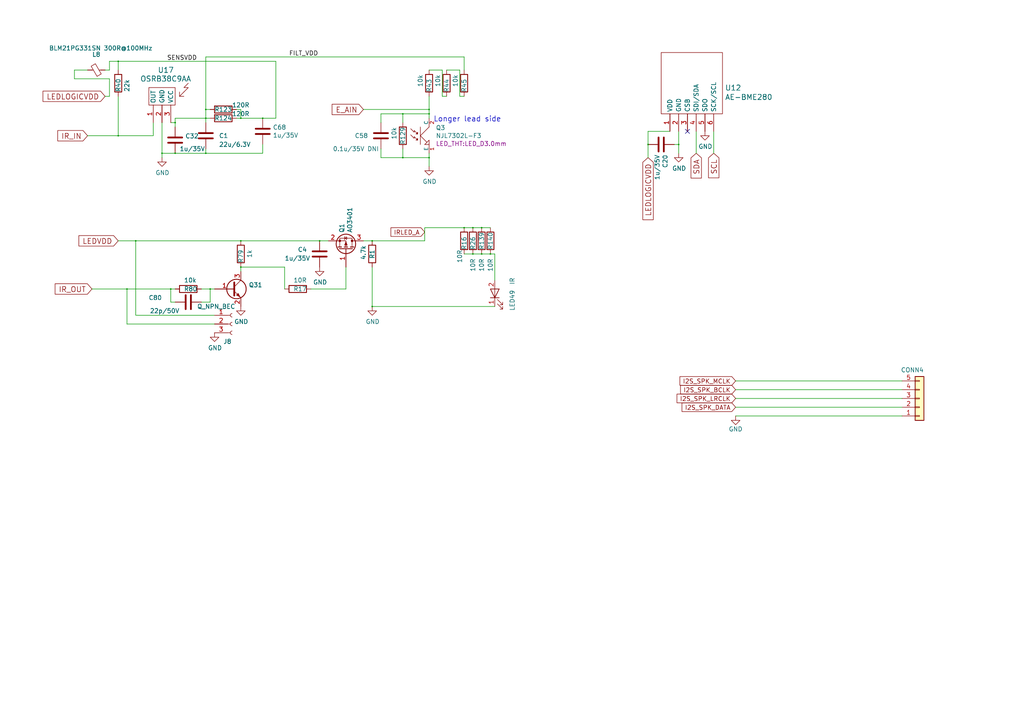
<source format=kicad_sch>
(kicad_sch (version 20200714) (host eeschema "5.99.0-unknown-3ddee6503~89~ubuntu18.04.1")
  (page 2 10)
  (paper "A4")
  (lib_symbols
    (symbol "DeeComponents:AE-BME280"
      (property "Reference" "U" (at 8.89 -5.08 0))
      (property "Value" "AE-BME280" (at 10.16 -2.54 0))
      (symbol "AE-BME280_0_1"
        (rectangle (start 0 0) (end 17.78 -17.78))
      )
      (symbol "AE-BME280_1_1"
        (pin power_in line (at 2.54 -22.86 90) (length 5.08) (name "VDD") (number "1"))
        (pin power_in line (at 5.08 -22.86 90) (length 5.08) (name "GND") (number "2"))
        (pin input line (at 7.62 -22.86 90) (length 5.08) (name "CSB") (number "3"))
        (pin bidirectional line (at 10.16 -22.86 90) (length 5.08) (name "SDI/SDA") (number "4"))
        (pin output line (at 12.7 -22.86 90) (length 5.08) (name "SDO") (number "5"))
        (pin bidirectional line (at 15.24 -22.86 90) (length 5.08) (name "SCK/SCL") (number "6"))
      )
    )
    (symbol "DeeComponents:OPTO_NPN2" (pin_names (offset 0))
      (property "Reference" "Q" (at 3.81 1.27 0))
      (property "Value" "OPTO_NPN2" (at 3.81 -2.54 0))
      (symbol "OPTO_NPN2_0_1"
        (polyline (pts (xy 0 0) (xy 1.905 -1.905)))
        (polyline (pts (xy 0 0) (xy 2.54 2.54)))
        (polyline (pts (xy 0 2.54) (xy 0 -2.54)))
        (polyline (pts (xy -0.762 -1.27) (xy -0.762 -0.762) (xy -1.27 -1.27) (xy -0.762 -1.27) (xy -0.762 -1.27)))
        (polyline (pts (xy 1.27 -2.54) (xy 2.54 -2.54) (xy 2.54 -1.27) (xy 1.27 -2.54) (xy 1.27 -2.54)))
        (polyline (pts (xy -2.794 0.254) (xy -1.778 -0.762) (xy -1.778 -0.254) (xy -0.762 -1.27) (xy -0.762 -1.27) (xy -0.762 -1.27)))
        (polyline (pts (xy -2.794 2.032) (xy -1.778 1.016) (xy -1.778 1.524) (xy -0.762 0.508) (xy -0.762 0.508) (xy -0.762 0.508)))
        (polyline (pts (xy -0.762 0.508) (xy -0.762 1.016) (xy -1.27 0.508) (xy -0.762 0.508) (xy -0.762 0.508) (xy -0.762 0.508)))
      )
      (symbol "OPTO_NPN2_1_1"
        (pin passive line (at 2.54 -5.08 90) (length 2.54) (name "E") (number "1"))
        (pin passive line (at 2.54 5.08 270) (length 2.54) (name "C") (number "2"))
      )
    )
    (symbol "DeeComponents:OSRB38C9AA"
      (property "Reference" "U" (at 0 1.27 0))
      (property "Value" "OSRB38C9AA" (at 0 3.81 0))
      (symbol "OSRB38C9AA_0_1"
        (rectangle (start -3.81 0) (end 3.81 -5.08))
        (polyline (pts (xy 5.08 -2.54) (xy 5.08 -1.27)))
        (polyline (pts (xy 5.08 -2.54) (xy 6.35 -2.54)))
        (polyline (pts (xy 6.35 -1.27) (xy 5.08 -2.54)))
        (polyline (pts (xy 7.62 1.27) (xy 6.35 0) (xy 7.62 0) (xy 6.35 -1.27)))
      )
      (symbol "OSRB38C9AA_1_1"
        (pin input line (at -2.54 -10.16 90) (length 5.08) (name "OUT") (number "1"))
        (pin input line (at 0 -10.16 90) (length 5.08) (name "GND") (number "2"))
        (pin input line (at 2.54 -10.16 90) (length 5.08) (name "VCC") (number "3"))
      )
    )
    (symbol "dotmatrix_64x48-rescue:C-device" (pin_numbers hide) (pin_names (offset 0.254))
      (property "Reference" "C" (at 0.635 2.54 0))
      (property "Value" "C-device" (at 0.635 -2.54 0))
      (symbol "C-device_0_1"
        (polyline (pts (xy -2.032 -0.762) (xy 2.032 -0.762)) (stroke (width 0.508)))
        (polyline (pts (xy -2.032 0.762) (xy 2.032 0.762)) (stroke (width 0.508)))
      )
      (symbol "C-device_1_1"
        (pin passive line (at 0 3.81 270) (length 2.794) (name "~") (number "1"))
        (pin passive line (at 0 -3.81 90) (length 2.794) (name "~") (number "2"))
      )
    )
    (symbol "dotmatrix_64x48-rescue:Conn_01x03_Female-Connector" (pin_names hide)
      (property "Reference" "J" (at 0 5.08 0))
      (property "Value" "Conn_01x03_Female-Connector" (at 0 -5.08 0))
      (symbol "Conn_01x03_Female-Connector_1_1"
        (arc (start 0 -2.032) (end 0 -3.048) (radius (at 0 -2.54) (length 0.508) (angles 90.1 -90.1)) (stroke (width 0.1524)))
        (arc (start 0 0.508) (end 0 -0.508) (radius (at 0 0) (length 0.508) (angles 90.1 -90.1)) (stroke (width 0.1524)))
        (arc (start 0 3.048) (end 0 2.032) (radius (at 0 2.54) (length 0.508) (angles 90.1 -90.1)) (stroke (width 0.1524)))
        (polyline (pts (xy -1.27 -2.54) (xy -0.508 -2.54)) (stroke (width 0.1524)))
        (polyline (pts (xy -1.27 0) (xy -0.508 0)) (stroke (width 0.1524)))
        (polyline (pts (xy -1.27 2.54) (xy -0.508 2.54)) (stroke (width 0.1524)))
        (pin passive line (at -5.08 2.54 0) (length 3.81) (name "Pin_1") (number "1"))
        (pin passive line (at -5.08 0 0) (length 3.81) (name "Pin_2") (number "2"))
        (pin passive line (at -5.08 -2.54 0) (length 3.81) (name "Pin_3") (number "3"))
      )
    )
    (symbol "dotmatrix_64x48-rescue:Conn_01x05-Connector" (pin_names hide)
      (property "Reference" "J" (at 0 7.62 0))
      (property "Value" "Conn_01x05-Connector" (at 0 -7.62 0))
      (symbol "Conn_01x05-Connector_1_1"
        (rectangle (start -1.27 -4.953) (end 0 -5.207) (stroke (width 0.1524)))
        (rectangle (start -1.27 -2.413) (end 0 -2.667) (stroke (width 0.1524)))
        (rectangle (start -1.27 0.127) (end 0 -0.127) (stroke (width 0.1524)))
        (rectangle (start -1.27 2.667) (end 0 2.413) (stroke (width 0.1524)))
        (rectangle (start -1.27 5.207) (end 0 4.953) (stroke (width 0.1524)))
        (rectangle (start -1.27 6.35) (end 1.27 -6.35) (stroke (width 0.254)) (fill (type background)))
        (pin passive line (at -5.08 5.08 0) (length 3.81) (name "Pin_1") (number "1"))
        (pin passive line (at -5.08 2.54 0) (length 3.81) (name "Pin_2") (number "2"))
        (pin passive line (at -5.08 0 0) (length 3.81) (name "Pin_3") (number "3"))
        (pin passive line (at -5.08 -2.54 0) (length 3.81) (name "Pin_4") (number "4"))
        (pin passive line (at -5.08 -5.08 0) (length 3.81) (name "Pin_5") (number "5"))
      )
    )
    (symbol "dotmatrix_64x48-rescue:Ferrite_Bead_Small-device" (pin_numbers hide) (pin_names (offset 0))
      (property "Reference" "L" (at 1.905 1.27 0))
      (property "Value" "Ferrite_Bead_Small-device" (at 1.905 -1.27 0))
      (symbol "Ferrite_Bead_Small-device_0_1"
        (polyline (pts (xy 0 -1.27) (xy 0 -0.7874)))
        (polyline (pts (xy 0 0.889) (xy 0 1.2954)))
        (polyline (pts (xy -1.8288 0.2794) (xy -1.1176 1.4986) (xy 1.8288 -0.2032) (xy 1.1176 -1.4224) (xy -1.8288 0.2794)))
      )
      (symbol "Ferrite_Bead_Small-device_1_1"
        (pin passive line (at 0 2.54 270) (length 1.27) (name "~") (number "1"))
        (pin passive line (at 0 -2.54 90) (length 1.27) (name "~") (number "2"))
      )
    )
    (symbol "dotmatrix_64x48-rescue:GND-power" (power) (pin_names (offset 0))
      (property "Value" "GND-power" (at 0 -3.81 0))
      (symbol "GND-power_0_1"
        (polyline (pts (xy 0 0) (xy 0 -1.27) (xy 1.27 -1.27) (xy 0 -2.54) (xy -1.27 -1.27) (xy 0 -1.27)))
      )
      (symbol "GND-power_1_1"
        (pin power_in line (at 0 0 270) (length 0) hide (name "GND") (number "1"))
      )
    )
    (symbol "dotmatrix_64x48-rescue:LED-device" (pin_names hide)
      (property "Reference" "D" (at 0 2.54 0))
      (property "Value" "LED-device" (at 0 -2.54 0))
      (symbol "LED-device_0_1"
        (polyline (pts (xy -1.27 -1.27) (xy -1.27 1.27)) (stroke (width 0.2032)))
        (polyline (pts (xy -1.27 0) (xy 1.27 0)))
        (polyline (pts (xy 1.27 -1.27) (xy 1.27 1.27) (xy -1.27 0) (xy 1.27 -1.27)) (stroke (width 0.2032)))
        (polyline (pts (xy -3.048 -0.762) (xy -4.572 -2.286) (xy -3.81 -2.286) (xy -4.572 -2.286) (xy -4.572 -1.524)))
        (polyline (pts (xy -1.778 -0.762) (xy -3.302 -2.286) (xy -2.54 -2.286) (xy -3.302 -2.286) (xy -3.302 -1.524)))
      )
      (symbol "LED-device_1_1"
        (pin passive line (at -3.81 0 0) (length 2.54) (name "K") (number "1"))
        (pin passive line (at 3.81 0 180) (length 2.54) (name "A") (number "2"))
      )
    )
    (symbol "dotmatrix_64x48-rescue:Q_NPN_BEC-device" (pin_names (offset 0) hide)
      (property "Reference" "Q" (at 5.08 1.27 0))
      (property "Value" "Q_NPN_BEC-device" (at 5.08 -1.27 0))
      (symbol "Q_NPN_BEC-device_0_1"
        (circle (center 1.27 0) (radius 2.8194) (stroke (width 0.254)))
        (polyline (pts (xy 0.635 0.635) (xy 2.54 2.54)))
        (polyline (pts (xy 0.635 -0.635) (xy 2.54 -2.54) (xy 2.54 -2.54)))
        (polyline (pts (xy 0.635 1.905) (xy 0.635 -1.905) (xy 0.635 -1.905)) (stroke (width 0.508)))
        (polyline (pts (xy 1.27 -1.778) (xy 1.778 -1.27) (xy 2.286 -2.286) (xy 1.27 -1.778) (xy 1.27 -1.778)) (fill (type outline)))
      )
      (symbol "Q_NPN_BEC-device_1_1"
        (pin input line (at -5.08 0 0) (length 5.715) (name "B") (number "1"))
        (pin passive line (at 2.54 -5.08 90) (length 2.54) (name "E") (number "2"))
        (pin passive line (at 2.54 5.08 270) (length 2.54) (name "C") (number "3"))
      )
    )
    (symbol "dotmatrix_64x48-rescue:Q_PMOS_GSD-device" (pin_names (offset 0) hide)
      (property "Reference" "Q" (at 5.08 1.27 0))
      (property "Value" "Q_PMOS_GSD-device" (at 5.08 -1.27 0))
      (symbol "Q_PMOS_GSD-device_0_1"
        (circle (center 1.651 0) (radius 2.8194) (stroke (width 0.254)))
        (circle (center 2.54 -1.778) (radius 0.2794) (fill (type outline)))
        (circle (center 2.54 1.778) (radius 0.2794) (fill (type outline)))
        (polyline (pts (xy 0.0508 0) (xy 0.254 0)))
        (polyline (pts (xy 0.762 -1.778) (xy 2.54 -1.778)))
        (polyline (pts (xy 0.762 -1.27) (xy 0.762 -2.286)) (stroke (width 0.254)))
        (polyline (pts (xy 0.762 0) (xy 2.54 0)))
        (polyline (pts (xy 0.762 0.508) (xy 0.762 -0.508)) (stroke (width 0.254)))
        (polyline (pts (xy 0.762 1.778) (xy 2.54 1.778)))
        (polyline (pts (xy 0.762 2.286) (xy 0.762 1.27)) (stroke (width 0.254)))
        (polyline (pts (xy 2.54 -1.778) (xy 2.54 -2.54)))
        (polyline (pts (xy 2.54 -1.778) (xy 2.54 0)))
        (polyline (pts (xy 2.54 2.54) (xy 2.54 1.778)))
        (polyline (pts (xy 0.254 1.905) (xy 0.254 -1.905) (xy 0.254 -1.905)) (stroke (width 0.254)))
        (polyline (pts (xy 2.286 0) (xy 1.27 -0.381) (xy 1.27 0.381) (xy 2.286 0)) (fill (type outline)))
        (polyline (pts (xy 2.54 -1.778) (xy 3.302 -1.778) (xy 3.302 1.778) (xy 2.54 1.778)))
        (polyline (pts (xy 2.794 -0.508) (xy 2.921 -0.381) (xy 3.683 -0.381) (xy 3.81 -0.254)))
        (polyline (pts (xy 3.302 -0.381) (xy 2.921 0.254) (xy 3.683 0.254) (xy 3.302 -0.381)))
      )
      (symbol "Q_PMOS_GSD-device_1_1"
        (pin input line (at -5.08 0 0) (length 5.08) (name "G") (number "1"))
        (pin passive line (at 2.54 -5.08 90) (length 2.54) (name "S") (number "2"))
        (pin passive line (at 2.54 5.08 270) (length 2.54) (name "D") (number "3"))
      )
    )
    (symbol "dotmatrix_64x48-rescue:R-device" (pin_numbers hide) (pin_names (offset 0))
      (property "Reference" "R" (at 2.032 0 90))
      (property "Value" "R-device" (at 0 0 90))
      (symbol "R-device_0_1"
        (rectangle (start -1.016 -2.54) (end 1.016 2.54) (stroke (width 0.254)))
      )
      (symbol "R-device_1_1"
        (pin passive line (at 0 3.81 270) (length 1.27) (name "~") (number "1"))
        (pin passive line (at 0 -3.81 90) (length 1.27) (name "~") (number "2"))
      )
    )
  )
  (junction (at 34.29 17.78) (diameter 0.3048))
  (junction (at 34.29 39.37) (diameter 0.3048))
  (junction (at 36.83 83.82) (diameter 0.3048))
  (junction (at 39.37 69.85) (diameter 0.3048))
  (junction (at 46.99 44.45) (diameter 0.3048))
  (junction (at 49.53 83.82) (diameter 0.3048))
  (junction (at 50.8 35.56) (diameter 0.3048))
  (junction (at 50.8 44.45) (diameter 0.3048))
  (junction (at 59.69 31.75) (diameter 0.3048))
  (junction (at 59.69 34.29) (diameter 0.3048))
  (junction (at 59.69 44.45) (diameter 0.3048))
  (junction (at 60.96 83.82) (diameter 0.3048))
  (junction (at 69.85 34.29) (diameter 0.3048))
  (junction (at 69.85 69.85) (diameter 0.3048))
  (junction (at 69.85 77.47) (diameter 0.3048))
  (junction (at 76.2 34.29) (diameter 0.3048))
  (junction (at 92.71 69.85) (diameter 0.3048))
  (junction (at 107.95 69.85) (diameter 0.3048))
  (junction (at 107.95 88.9) (diameter 0.3048))
  (junction (at 116.84 33.02) (diameter 0.3048))
  (junction (at 116.84 45.72) (diameter 0.3048))
  (junction (at 124.46 31.75) (diameter 0.3048))
  (junction (at 124.46 33.02) (diameter 0.3048))
  (junction (at 124.46 45.72) (diameter 0.3048))
  (junction (at 134.62 66.04) (diameter 0.3048))
  (junction (at 137.16 66.04) (diameter 0.3048))
  (junction (at 137.16 73.66) (diameter 0.3048))
  (junction (at 139.7 66.04) (diameter 0.3048))
  (junction (at 139.7 73.66) (diameter 0.3048))
  (junction (at 142.24 73.66) (diameter 0.3048))
  (junction (at 187.96 41.91) (diameter 0.3048))
  (junction (at 196.85 41.91) (diameter 0.3048))
  (no_connect (at 199.39 38.1))
  (wire (pts (xy 21.59 20.32) (xy 25.4 20.32)))
  (wire (pts (xy 21.59 22.86) (xy 21.59 20.32)))
  (wire (pts (xy 25.4 39.37) (xy 34.29 39.37)))
  (wire (pts (xy 26.67 83.82) (xy 36.83 83.82)))
  (wire (pts (xy 30.48 20.32) (xy 31.75 20.32)))
  (wire (pts (xy 30.48 27.94) (xy 31.75 27.94)))
  (wire (pts (xy 31.75 17.78) (xy 34.29 17.78)))
  (wire (pts (xy 31.75 20.32) (xy 31.75 17.78)))
  (wire (pts (xy 31.75 22.86) (xy 21.59 22.86)))
  (wire (pts (xy 31.75 27.94) (xy 31.75 22.86)))
  (wire (pts (xy 34.29 17.78) (xy 34.29 20.32)))
  (wire (pts (xy 34.29 27.94) (xy 34.29 39.37)))
  (wire (pts (xy 34.29 39.37) (xy 44.45 39.37)))
  (wire (pts (xy 34.29 69.85) (xy 39.37 69.85)))
  (wire (pts (xy 36.83 83.82) (xy 36.83 93.98)))
  (wire (pts (xy 36.83 83.82) (xy 49.53 83.82)))
  (wire (pts (xy 36.83 93.98) (xy 62.23 93.98)))
  (wire (pts (xy 39.37 69.85) (xy 39.37 91.44)))
  (wire (pts (xy 39.37 69.85) (xy 69.85 69.85)))
  (wire (pts (xy 39.37 91.44) (xy 62.23 91.44)))
  (wire (pts (xy 44.45 39.37) (xy 44.45 35.56)))
  (wire (pts (xy 46.99 35.56) (xy 46.99 44.45)))
  (wire (pts (xy 46.99 44.45) (xy 46.99 45.72)))
  (wire (pts (xy 46.99 44.45) (xy 50.8 44.45)))
  (wire (pts (xy 49.53 83.82) (xy 50.8 83.82)))
  (wire (pts (xy 49.53 87.63) (xy 49.53 83.82)))
  (wire (pts (xy 50.8 34.29) (xy 50.8 35.56)))
  (wire (pts (xy 50.8 34.29) (xy 59.69 34.29)))
  (wire (pts (xy 50.8 35.56) (xy 49.53 35.56)))
  (wire (pts (xy 50.8 35.56) (xy 50.8 36.83)))
  (wire (pts (xy 50.8 44.45) (xy 59.69 44.45)))
  (wire (pts (xy 50.8 87.63) (xy 49.53 87.63)))
  (wire (pts (xy 58.42 83.82) (xy 60.96 83.82)))
  (wire (pts (xy 58.42 87.63) (xy 60.96 87.63)))
  (wire (pts (xy 59.69 16.51) (xy 134.62 16.51)))
  (wire (pts (xy 59.69 31.75) (xy 59.69 16.51)))
  (wire (pts (xy 59.69 31.75) (xy 59.69 34.29)))
  (wire (pts (xy 59.69 34.29) (xy 59.69 35.56)))
  (wire (pts (xy 59.69 34.29) (xy 60.96 34.29)))
  (wire (pts (xy 59.69 44.45) (xy 59.69 43.18)))
  (wire (pts (xy 59.69 44.45) (xy 76.2 44.45)))
  (wire (pts (xy 60.96 31.75) (xy 59.69 31.75)))
  (wire (pts (xy 60.96 83.82) (xy 62.23 83.82)))
  (wire (pts (xy 60.96 87.63) (xy 60.96 83.82)))
  (wire (pts (xy 68.58 31.75) (xy 69.85 31.75)))
  (wire (pts (xy 68.58 34.29) (xy 69.85 34.29)))
  (wire (pts (xy 69.85 31.75) (xy 69.85 34.29)))
  (wire (pts (xy 69.85 34.29) (xy 76.2 34.29)))
  (wire (pts (xy 69.85 77.47) (xy 82.55 77.47)))
  (wire (pts (xy 69.85 78.74) (xy 69.85 77.47)))
  (wire (pts (xy 76.2 34.29) (xy 80.01 34.29)))
  (wire (pts (xy 76.2 44.45) (xy 76.2 41.91)))
  (wire (pts (xy 80.01 17.78) (xy 34.29 17.78)))
  (wire (pts (xy 80.01 34.29) (xy 80.01 17.78)))
  (wire (pts (xy 82.55 77.47) (xy 82.55 83.82)))
  (wire (pts (xy 90.17 83.82) (xy 100.33 83.82)))
  (wire (pts (xy 92.71 69.85) (xy 69.85 69.85)))
  (wire (pts (xy 92.71 69.85) (xy 95.25 69.85)))
  (wire (pts (xy 100.33 77.47) (xy 100.33 83.82)))
  (wire (pts (xy 105.41 69.85) (xy 107.95 69.85)))
  (wire (pts (xy 107.95 88.9) (xy 107.95 77.47)))
  (wire (pts (xy 107.95 88.9) (xy 143.51 88.9)))
  (wire (pts (xy 110.49 33.02) (xy 110.49 35.56)))
  (wire (pts (xy 110.49 33.02) (xy 116.84 33.02)))
  (wire (pts (xy 110.49 43.18) (xy 110.49 45.72)))
  (wire (pts (xy 110.49 45.72) (xy 116.84 45.72)))
  (wire (pts (xy 116.84 33.02) (xy 124.46 33.02)))
  (wire (pts (xy 116.84 35.56) (xy 116.84 33.02)))
  (wire (pts (xy 116.84 43.18) (xy 116.84 45.72)))
  (wire (pts (xy 116.84 45.72) (xy 124.46 45.72)))
  (wire (pts (xy 123.19 66.04) (xy 123.19 69.85)))
  (wire (pts (xy 123.19 66.04) (xy 134.62 66.04)))
  (wire (pts (xy 123.19 69.85) (xy 107.95 69.85)))
  (wire (pts (xy 124.46 27.94) (xy 124.46 31.75)))
  (wire (pts (xy 124.46 31.75) (xy 105.41 31.75)))
  (wire (pts (xy 124.46 31.75) (xy 124.46 33.02)))
  (wire (pts (xy 124.46 33.02) (xy 124.46 34.29)))
  (wire (pts (xy 124.46 44.45) (xy 124.46 45.72)))
  (wire (pts (xy 124.46 45.72) (xy 124.46 48.26)))
  (wire (pts (xy 128.27 20.32) (xy 124.46 20.32)))
  (wire (pts (xy 128.27 27.94) (xy 128.27 20.32)))
  (wire (pts (xy 129.54 27.94) (xy 128.27 27.94)))
  (wire (pts (xy 133.35 20.32) (xy 129.54 20.32)))
  (wire (pts (xy 133.35 27.94) (xy 133.35 20.32)))
  (wire (pts (xy 134.62 16.51) (xy 134.62 20.32)))
  (wire (pts (xy 134.62 27.94) (xy 133.35 27.94)))
  (wire (pts (xy 137.16 66.04) (xy 134.62 66.04)))
  (wire (pts (xy 137.16 73.66) (xy 134.62 73.66)))
  (wire (pts (xy 139.7 66.04) (xy 137.16 66.04)))
  (wire (pts (xy 139.7 73.66) (xy 137.16 73.66)))
  (wire (pts (xy 142.24 66.04) (xy 139.7 66.04)))
  (wire (pts (xy 142.24 73.66) (xy 139.7 73.66)))
  (wire (pts (xy 142.24 73.66) (xy 143.51 73.66)))
  (wire (pts (xy 143.51 73.66) (xy 143.51 81.28)))
  (wire (pts (xy 187.96 38.1) (xy 187.96 41.91)))
  (wire (pts (xy 187.96 41.91) (xy 187.96 45.72)))
  (wire (pts (xy 194.31 38.1) (xy 187.96 38.1)))
  (wire (pts (xy 195.58 41.91) (xy 196.85 41.91)))
  (wire (pts (xy 196.85 41.91) (xy 196.85 38.1)))
  (wire (pts (xy 196.85 44.45) (xy 196.85 41.91)))
  (wire (pts (xy 201.93 38.1) (xy 201.93 44.45)))
  (wire (pts (xy 207.01 38.1) (xy 207.01 44.45)))
  (wire (pts (xy 213.36 110.49) (xy 261.62 110.49)))
  (wire (pts (xy 213.36 113.03) (xy 261.62 113.03)))
  (wire (pts (xy 213.36 115.57) (xy 261.62 115.57)))
  (wire (pts (xy 213.36 118.11) (xy 261.62 118.11)))
  (wire (pts (xy 261.62 120.65) (xy 213.36 120.65)))
  (text "Longer lead side" (at 125.73 35.56 0) (effects (font (size 1.524 1.524)) (justify left bottom)))
  (label "SENSVDD" (at 57.15 17.78 180))
  (label "FILT_VDD" (at 83.82 16.51 0))
  (global_label "IR_IN" (shape input) (at 25.4 39.37 180) (effects (font (size 1.524 1.524))))
  (global_label "IR_OUT" (shape input) (at 26.67 83.82 180) (effects (font (size 1.524 1.524))))
  (global_label "LEDLOGICVDD" (shape input) (at 30.48 27.94 180) (effects (font (size 1.524 1.524))))
  (global_label "LEDVDD" (shape input) (at 34.29 69.85 180) (effects (font (size 1.524 1.524))))
  (global_label "E_AIN" (shape input) (at 105.41 31.75 180) (effects (font (size 1.524 1.524))))
  (global_label "IRLED_A" (shape input) (at 123.19 67.31 180))
  (global_label "LEDLOGICVDD" (shape input) (at 187.96 45.72 270) (effects (font (size 1.524 1.524))))
  (global_label "SDA" (shape input) (at 201.93 44.45 270) (effects (font (size 1.524 1.524))))
  (global_label "SCL" (shape input) (at 207.01 44.45 270) (effects (font (size 1.524 1.524))))
  (global_label "I2S_SPK_MCLK" (shape input) (at 213.36 110.49 180))
  (global_label "I2S_SPK_BCLK" (shape input) (at 213.36 113.03 180))
  (global_label "I2S_SPK_LRCLK" (shape input) (at 213.36 115.57 180))
  (global_label "I2S_SPK_DATA" (shape input) (at 213.36 118.11 180))
  (symbol (lib_id "dotmatrix_64x48-rescue:GND-power") (at 46.99 45.72 0) (unit 1)
    (property "Reference" "#PWR034" (effects hide))
    (property "Value" "GND" (at 47.117 50.1142 0))
  )
  (symbol (lib_id "dotmatrix_64x48-rescue:GND-power") (at 62.23 96.52 0) (unit 1)
    (property "Reference" "#PWR0138" (effects hide))
    (property "Value" "GND" (at 62.357 100.9142 0))
  )
  (symbol (lib_id "dotmatrix_64x48-rescue:GND-power") (at 69.85 88.9 0) (unit 1)
    (property "Reference" "#PWR037" (effects hide))
    (property "Value" "GND" (at 69.977 93.2942 0))
  )
  (symbol (lib_id "dotmatrix_64x48-rescue:GND-power") (at 92.71 77.47 0) (unit 1)
    (property "Reference" "#PWR0144" (effects hide))
    (property "Value" "GND" (at 92.837 81.8642 0))
  )
  (symbol (lib_id "dotmatrix_64x48-rescue:GND-power") (at 107.95 88.9 0) (unit 1)
    (property "Reference" "#PWR0164" (effects hide))
    (property "Value" "GND" (at 108.077 93.2942 0))
  )
  (symbol (lib_id "dotmatrix_64x48-rescue:GND-power") (at 124.46 48.26 0) (unit 1)
    (property "Reference" "#PWR035" (effects hide))
    (property "Value" "GND" (at 124.587 52.6542 0))
  )
  (symbol (lib_id "dotmatrix_64x48-rescue:GND-power") (at 196.85 44.45 0) (unit 1)
    (property "Reference" "#PWR032" (effects hide))
    (property "Value" "GND" (at 196.977 48.8442 0))
  )
  (symbol (lib_id "dotmatrix_64x48-rescue:GND-power") (at 204.47 38.1 0) (unit 1)
    (property "Reference" "#PWR033" (effects hide))
    (property "Value" "GND" (at 204.597 42.4942 0))
  )
  (symbol (lib_id "dotmatrix_64x48-rescue:GND-power") (at 213.36 120.65 0) (mirror y) (unit 1)
    (property "Reference" "#PWR0154" (effects hide))
    (property "Value" "GND" (at 213.36 124.46 0))
  )
  (symbol (lib_id "dotmatrix_64x48-rescue:R-device") (at 34.29 24.13 0) (mirror y) (unit 1)
    (property "Reference" "R40" (at 34.29 26.67 90) (effects (justify left)))
    (property "Value" "22k" (at 36.83 26.67 90) (effects (justify left)))
    (property "Footprint" "Resistor_SMD:R_0603_1608Metric_Pad1.05x0.95mm_HandSolder" (effects hide))
  )
  (symbol (lib_id "dotmatrix_64x48-rescue:R-device") (at 54.61 83.82 270) (unit 1)
    (property "Reference" "R80" (at 53.34 83.82 90) (effects (justify left)))
    (property "Value" "10k" (at 53.34 81.28 90) (effects (justify left)))
    (property "Footprint" "Resistor_SMD:R_0603_1608Metric_Pad1.05x0.95mm_HandSolder" (effects hide))
  )
  (symbol (lib_id "dotmatrix_64x48-rescue:R-device") (at 64.77 31.75 90) (unit 1)
    (property "Reference" "R123" (at 67.31 31.75 90) (effects (justify left)))
    (property "Value" "120R" (at 72.39 30.48 90) (effects (justify left)))
    (property "Footprint" "Resistor_SMD:R_0603_1608Metric_Pad1.05x0.95mm_HandSolder" (effects hide))
  )
  (symbol (lib_id "dotmatrix_64x48-rescue:R-device") (at 64.77 34.29 90) (unit 1)
    (property "Reference" "R124" (at 67.31 34.29 90) (effects (justify left)))
    (property "Value" "120R" (at 72.39 33.02 90) (effects (justify left)))
    (property "Footprint" "Resistor_SMD:R_0603_1608Metric_Pad1.05x0.95mm_HandSolder" (effects hide))
  )
  (symbol (lib_id "dotmatrix_64x48-rescue:R-device") (at 69.85 73.66 180) (unit 1)
    (property "Reference" "R79" (at 69.85 72.39 90) (effects (justify left)))
    (property "Value" "1k" (at 72.39 72.39 90) (effects (justify left)))
    (property "Footprint" "Resistor_SMD:R_0603_1608Metric_Pad1.05x0.95mm_HandSolder" (effects hide))
  )
  (symbol (lib_id "dotmatrix_64x48-rescue:R-device") (at 86.36 83.82 270) (unit 1)
    (property "Reference" "R17" (at 85.09 83.82 90) (effects (justify left)))
    (property "Value" "10R" (at 85.09 81.28 90) (effects (justify left)))
    (property "Footprint" "Resistor_SMD:R_0603_1608Metric_Pad1.05x0.95mm_HandSolder" (effects hide))
  )
  (symbol (lib_id "dotmatrix_64x48-rescue:R-device") (at 107.95 73.66 180) (unit 1)
    (property "Reference" "R1" (at 107.95 72.39 90) (effects (justify left)))
    (property "Value" "4.7k" (at 105.41 71.12 90) (effects (justify left)))
    (property "Footprint" "Resistor_SMD:R_0603_1608Metric_Pad1.05x0.95mm_HandSolder" (effects hide))
  )
  (symbol (lib_id "dotmatrix_64x48-rescue:R-device") (at 116.84 39.37 180) (unit 1)
    (property "Reference" "R129" (at 116.84 36.83 90) (effects (justify left)))
    (property "Value" "10k" (at 114.3 36.83 90) (effects (justify left)))
    (property "Footprint" "Resistor_SMD:R_0603_1608Metric_Pad1.05x0.95mm_HandSolder" (effects hide))
  )
  (symbol (lib_id "dotmatrix_64x48-rescue:R-device") (at 124.46 24.13 180) (unit 1)
    (property "Reference" "R43" (at 124.46 22.86 90) (effects (justify left)))
    (property "Value" "10k" (at 121.92 21.59 90) (effects (justify left)))
    (property "Footprint" "Resistor_SMD:R_0603_1608Metric_Pad1.05x0.95mm_HandSolder" (effects hide))
  )
  (symbol (lib_id "dotmatrix_64x48-rescue:R-device") (at 129.54 24.13 180) (unit 1)
    (property "Reference" "R44" (at 129.54 22.86 90) (effects (justify left)))
    (property "Value" "10k" (at 127 21.59 90) (effects (justify left)))
    (property "Footprint" "Resistor_SMD:R_0603_1608Metric_Pad1.05x0.95mm_HandSolder" (effects hide))
  )
  (symbol (lib_id "dotmatrix_64x48-rescue:R-device") (at 134.62 24.13 180) (unit 1)
    (property "Reference" "R45" (at 134.62 22.86 90) (effects (justify left)))
    (property "Value" "10k" (at 132.08 21.59 90) (effects (justify left)))
    (property "Footprint" "Resistor_SMD:R_0603_1608Metric_Pad1.05x0.95mm_HandSolder" (effects hide))
  )
  (symbol (lib_id "dotmatrix_64x48-rescue:R-device") (at 134.62 69.85 180) (unit 1)
    (property "Reference" "R16" (at 134.62 68.58 90) (effects (justify left)))
    (property "Value" "10R" (at 133.35 72.39 90) (effects (justify left)))
    (property "Footprint" "Resistor_SMD:R_0603_1608Metric_Pad1.05x0.95mm_HandSolder" (effects hide))
  )
  (symbol (lib_id "dotmatrix_64x48-rescue:R-device") (at 137.16 69.85 180) (unit 1)
    (property "Reference" "R26" (at 137.16 68.58 90) (effects (justify left)))
    (property "Value" "10R" (at 137.16 74.93 90) (effects (justify left)))
    (property "Footprint" "Resistor_SMD:R_0603_1608Metric_Pad1.05x0.95mm_HandSolder" (effects hide))
  )
  (symbol (lib_id "dotmatrix_64x48-rescue:R-device") (at 139.7 69.85 180) (unit 1)
    (property "Reference" "R139" (at 139.7 67.31 90) (effects (justify left)))
    (property "Value" "10R" (at 139.7 74.93 90) (effects (justify left)))
    (property "Footprint" "Resistor_SMD:R_0603_1608Metric_Pad1.05x0.95mm_HandSolder" (effects hide))
  )
  (symbol (lib_id "dotmatrix_64x48-rescue:R-device") (at 142.24 69.85 180) (unit 1)
    (property "Reference" "R140" (at 142.24 67.31 90) (effects (justify left)))
    (property "Value" "10R" (at 142.24 74.93 90) (effects (justify left)))
    (property "Footprint" "Resistor_SMD:R_0603_1608Metric_Pad1.05x0.95mm_HandSolder" (effects hide))
  )
  (symbol (lib_id "dotmatrix_64x48-rescue:Ferrite_Bead_Small-device") (at 27.94 20.32 90) (mirror x) (unit 1)
    (property "Reference" "L8" (at 27.94 15.7988 90))
    (property "Value" "BLM21PG331SN 300R@100MHz" (at 29.21 13.97 90))
    (property "Footprint" "Capacitor_SMD:C_0805_2012Metric_Pad1.15x1.40mm_HandSolder" (effects hide))
  )
  (symbol (lib_id "dotmatrix_64x48-rescue:LED-device") (at 143.51 85.09 90) (unit 1)
    (property "Reference" "LED49" (at 148.59 90.17 0) (effects (justify left)))
    (property "Value" "IR" (at 148.59 82.55 0) (effects (justify left)))
    (property "Footprint" "LEDs:LED_PLCC_2835_Handsoldering" (effects hide))
  )
  (symbol (lib_id "dotmatrix_64x48-rescue:C-device") (at 50.8 40.64 0) (unit 1)
    (property "Reference" "C32" (at 53.721 39.4716 0) (effects (justify left)))
    (property "Value" "1u/35V" (at 52.07 43.18 0) (effects (justify left)))
    (property "Footprint" "Capacitor_SMD:C_0603_1608Metric_Pad1.05x0.95mm_HandSolder" (effects hide))
  )
  (symbol (lib_id "dotmatrix_64x48-rescue:C-device") (at 54.61 87.63 90) (unit 1)
    (property "Reference" "C80" (at 46.99 86.36 90) (effects (justify left)))
    (property "Value" "22p/50V" (at 52.07 90.17 90) (effects (justify left)))
    (property "Footprint" "Capacitor_SMD:C_0603_1608Metric_Pad1.05x0.95mm_HandSolder" (effects hide))
  )
  (symbol (lib_id "dotmatrix_64x48-rescue:C-device") (at 59.69 39.37 0) (unit 1)
    (property "Reference" "C1" (at 63.5 39.37 0) (effects (justify left)))
    (property "Value" "22u/6.3V" (at 63.5 41.91 0) (effects (justify left)))
    (property "Footprint" "Capacitor_SMD:C_0603_1608Metric_Pad1.05x0.95mm_HandSolder" (effects hide))
  )
  (symbol (lib_id "dotmatrix_64x48-rescue:C-device") (at 76.2 38.1 0) (unit 1)
    (property "Reference" "C68" (at 79.121 36.9316 0) (effects (justify left)))
    (property "Value" "1u/35V" (at 79.121 39.243 0) (effects (justify left)))
    (property "Footprint" "Capacitor_SMD:C_0603_1608Metric_Pad1.05x0.95mm_HandSolder" (effects hide))
  )
  (symbol (lib_id "dotmatrix_64x48-rescue:C-device") (at 92.71 73.66 0) (unit 1)
    (property "Reference" "C4" (at 86.36 72.39 0) (effects (justify left)))
    (property "Value" "1u/35V" (at 82.55 74.93 0) (effects (justify left)))
    (property "Footprint" "Capacitor_SMD:C_0603_1608Metric_Pad1.05x0.95mm_HandSolder" (effects hide))
  )
  (symbol (lib_id "dotmatrix_64x48-rescue:C-device") (at 110.49 39.37 0) (unit 1)
    (property "Reference" "C58" (at 102.87 39.37 0) (effects (justify left)))
    (property "Value" "0.1u/35V DNI" (at 96.52 43.18 0) (effects (justify left)))
    (property "Footprint" "Capacitor_SMD:C_0603_1608Metric_Pad1.05x0.95mm_HandSolder" (effects hide))
  )
  (symbol (lib_id "dotmatrix_64x48-rescue:C-device") (at 191.77 41.91 270) (unit 1)
    (property "Reference" "C20" (at 192.9384 44.831 0) (effects (justify left)))
    (property "Value" "1u/35V" (at 190.627 44.831 0) (effects (justify left)))
    (property "Footprint" "Capacitor_SMD:C_0603_1608Metric_Pad1.05x0.95mm_HandSolder" (effects hide))
  )
  (symbol (lib_id "dotmatrix_64x48-rescue:Conn_01x03_Female-Connector") (at 67.31 93.98 0) (unit 1)
    (property "Reference" "J8" (at 64.77 99.06 0) (effects (justify left)))
    (property "Value" "Conn_01x03_Female" (effects hide))
    (property "Footprint" "Connector_PinHeader_2.54mm:PinHeader_1x03_P2.54mm_Vertical" (effects hide))
  )
  (symbol (lib_id "DeeComponents:OPTO_NPN2") (at 121.92 39.37 0) (unit 1)
    (property "Reference" "Q3" (at 126.3904 37.0586 0) (effects (justify left)))
    (property "Value" "NJL7302L-F3" (at 126.3904 39.37 0) (effects (justify left)))
    (property "Footprint" "LED_THT:LED_D3.0mm" (at 126.3904 41.6814 0) (effects (justify left)))
  )
  (symbol (lib_id "dotmatrix_64x48-rescue:Conn_01x05-Connector") (at 266.7 115.57 0) (mirror x) (unit 1)
    (property "Reference" "CONN4" (at 264.6172 107.315 0))
    (property "Value" "Pin_Header_Straight_1x05_Pitch2.54mm" (effects hide))
    (property "Footprint" "Pin_Headers:Pin_Header_Straight_1x05_Pitch2.54mm" (effects hide))
  )
  (symbol (lib_id "dotmatrix_64x48-rescue:Q_NPN_BEC-device") (at 67.31 83.82 0) (unit 1)
    (property "Reference" "Q31" (at 72.136 82.6516 0) (effects (justify left)))
    (property "Value" "Q_NPN_BEC" (at 57.15 88.9 0) (effects (justify left)))
    (property "Footprint" "Package_TO_SOT_SMD:SOT-23_Handsoldering" (effects hide))
  )
  (symbol (lib_id "dotmatrix_64x48-rescue:Q_PMOS_GSD-device") (at 100.33 72.39 270) (mirror x) (unit 1)
    (property "Reference" "Q1" (at 99.1616 67.5386 0) (effects (justify left)))
    (property "Value" "AO3401" (at 101.473 67.5386 0) (effects (justify left)))
    (property "Footprint" "TO_SOT_Packages_SMD:SOT-23_Handsoldering" (effects hide))
  )
  (symbol (lib_id "DeeComponents:OSRB38C9AA") (at 46.99 25.4 0) (unit 1)
    (property "Reference" "U17" (at 45.72 20.32 0) (effects (font (size 1.524 1.524)) (justify left)))
    (property "Value" "OSRB38C9AA" (at 40.64 22.86 0) (effects (font (size 1.524 1.524)) (justify left)))
    (property "Footprint" "components:IRM2161_LAY" (effects hide))
  )
  (symbol (lib_id "DeeComponents:AE-BME280") (at 191.77 15.24 0) (unit 1)
    (property "Reference" "U12" (at 210.2612 25.4762 0) (effects (font (size 1.524 1.524)) (justify left)))
    (property "Value" "AE-BME280" (at 210.2612 28.1686 0) (effects (font (size 1.524 1.524)) (justify left)))
    (property "Footprint" "components:AE-BME280" (effects hide))
  )
)
</source>
